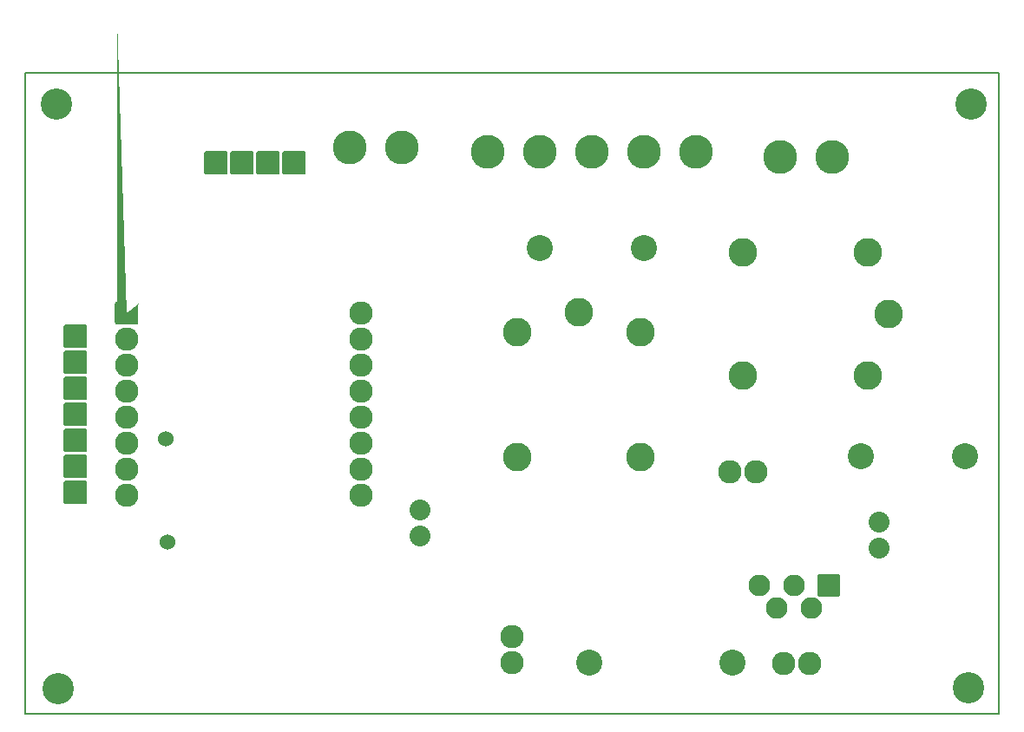
<source format=gbr>
G04 PROTEUS GERBER X2 FILE*
%TF.GenerationSoftware,Labcenter,Proteus,8.9-SP2-Build28501*%
%TF.CreationDate,2023-07-27T06:52:36+00:00*%
%TF.FileFunction,Soldermask,Top*%
%TF.FilePolarity,Negative*%
%TF.Part,Single*%
%TF.SameCoordinates,{a6dc1c72-05ea-40b1-9d21-e55aeb3cbc9d}*%
%FSLAX45Y45*%
%MOMM*%
G01*
%TA.AperFunction,Material*%
%ADD25C,1.524000*%
%AMPPAD018*
4,1,68,
1.143000,0.889000,
1.143000,-0.889000,
1.141720,-0.915400,
1.137950,-0.940930,
1.131800,-0.965490,
1.123400,-0.988960,
1.112870,-1.011220,
1.100300,-1.032150,
1.085840,-1.051650,
1.069580,-1.069580,
1.051640,-1.085840,
1.032150,-1.100300,
1.011220,-1.112860,
0.988960,-1.123400,
0.965490,-1.131800,
0.940930,-1.137950,
0.915400,-1.141720,
0.889000,-1.143000,
-0.889000,-1.143000,
-0.915400,-1.141720,
-0.940930,-1.137950,
-0.965490,-1.131800,
-0.988960,-1.123400,
-1.011220,-1.112860,
-1.032150,-1.100300,
-1.051640,-1.085840,
-1.069580,-1.069580,
-1.085840,-1.051650,
-1.100300,-1.032150,
-1.112870,-1.011220,
-1.123400,-0.988960,
-1.131800,-0.965490,
-1.137950,-0.940930,
-1.141720,-0.915400,
-1.143000,-0.889000,
-1.143000,0.889000,
-1.141720,0.915400,
-1.137950,0.940930,
-1.131800,0.965490,
-1.123400,0.988960,
-1.112870,1.011220,
-1.100300,1.032150,
-1.085840,1.051650,
-1.069580,1.069580,
-1.051640,1.085840,
-1.032150,1.100300,
-1.011220,1.112860,
-0.988960,1.123400,
-0.965490,1.131800,
-0.940930,1.137950,
-0.915400,1.141720,
-0.889000,1.143000,
0.889000,1.143000,
0.915400,1.141720,
0.940930,1.137950,
0.965490,1.131800,
0.988960,1.123400,
1.011220,1.112860,
1.032150,1.100300,
1.051640,1.085840,
1.069580,1.069580,
1.085840,1.051650,
1.100300,1.032150,
1.112870,1.011220,
1.123400,0.988960,
1.131800,0.965490,
1.137950,0.940930,
1.141720,0.915400,
1.143000,0.889000,
0*%
%TA.AperFunction,Material*%
%ADD26PPAD018*%
%ADD27C,2.286000*%
%TA.AperFunction,Material*%
%ADD28C,2.794000*%
%ADD29C,3.302000*%
%AMPPAD022*
4,1,36,
1.010000,-1.060000,
-1.010000,-1.060000,
-1.020220,-1.059000,
-1.029680,-1.056140,
-1.038180,-1.051590,
-1.045540,-1.045540,
-1.051590,-1.038180,
-1.056140,-1.029680,
-1.059000,-1.020220,
-1.060000,-1.010000,
-1.060000,1.010000,
-1.059000,1.020220,
-1.056140,1.029680,
-1.051590,1.038180,
-1.045540,1.045540,
-1.038180,1.051590,
-1.029680,1.056140,
-1.020220,1.059000,
-1.010000,1.060000,
1.010000,1.060000,
1.020220,1.059000,
1.029680,1.056140,
1.038180,1.051590,
1.045540,1.045540,
1.051590,1.038180,
1.056140,1.029680,
1.059000,1.020220,
1.060000,1.010000,
1.060000,-1.010000,
1.059000,-1.020220,
1.056140,-1.029680,
1.051590,-1.038180,
1.045540,-1.045540,
1.038180,-1.051590,
1.029680,-1.056140,
1.020220,-1.059000,
1.010000,-1.060000,
0*%
%ADD72PPAD022*%
%ADD73C,2.120000*%
%TA.AperFunction,Material*%
%ADD30C,2.032000*%
%ADD31C,2.540000*%
%AMPPAD026*
4,1,36,
1.016000,-1.143000,
-1.016000,-1.143000,
-1.041970,-1.140470,
-1.065980,-1.133200,
-1.087580,-1.121650,
-1.106290,-1.106290,
-1.121650,-1.087570,
-1.133200,-1.065980,
-1.140470,-1.041970,
-1.143000,-1.016000,
-1.143000,1.016000,
-1.140470,1.041970,
-1.133200,1.065980,
-1.121650,1.087570,
-1.106290,1.106290,
-1.087580,1.121650,
-1.065980,1.133200,
-1.041970,1.140470,
-1.016000,1.143000,
1.016000,1.143000,
1.041970,1.140470,
1.065980,1.133200,
1.087580,1.121650,
1.106290,1.106290,
1.121650,1.087570,
1.133200,1.065980,
1.140470,1.041970,
1.143000,1.016000,
1.143000,-1.016000,
1.140470,-1.041970,
1.133200,-1.065980,
1.121650,-1.087570,
1.106290,-1.106290,
1.087580,-1.121650,
1.065980,-1.133200,
1.041970,-1.140470,
1.016000,-1.143000,
0*%
%TA.AperFunction,Material*%
%ADD32PPAD026*%
%AMPPAD027*
4,1,36,
-1.143000,-1.016000,
-1.143000,1.016000,
-1.140470,1.041970,
-1.133200,1.065980,
-1.121650,1.087580,
-1.106290,1.106290,
-1.087570,1.121650,
-1.065980,1.133200,
-1.041970,1.140470,
-1.016000,1.143000,
1.016000,1.143000,
1.041970,1.140470,
1.065980,1.133200,
1.087570,1.121650,
1.106290,1.106290,
1.121650,1.087580,
1.133200,1.065980,
1.140470,1.041970,
1.143000,1.016000,
1.143000,-1.016000,
1.140470,-1.041970,
1.133200,-1.065980,
1.121650,-1.087580,
1.106290,-1.106290,
1.087570,-1.121650,
1.065980,-1.133200,
1.041970,-1.140470,
1.016000,-1.143000,
-1.016000,-1.143000,
-1.041970,-1.140470,
-1.065980,-1.133200,
-1.087570,-1.121650,
-1.106290,-1.106290,
-1.121650,-1.087580,
-1.133200,-1.065980,
-1.140470,-1.041970,
-1.143000,-1.016000,
0*%
%TA.AperFunction,Material*%
%ADD33PPAD027*%
%TA.AperFunction,Material*%
%ADD34C,3.048000*%
%TA.AperFunction,Profile*%
%ADD20C,0.203200*%
%TD.AperFunction*%
D25*
X+1387466Y-4576600D03*
X+1370533Y-3569067D03*
D26*
X+990000Y-2340000D03*
D27*
X+990000Y-2594000D03*
X+990000Y-2848000D03*
X+990000Y-3102000D03*
X+990000Y-3356000D03*
X+990000Y-3610000D03*
X+990000Y-3864000D03*
X+990000Y-4118000D03*
X+3276000Y-2340000D03*
X+3276000Y-2594000D03*
X+3276000Y-2848000D03*
X+3276000Y-3102000D03*
X+3276000Y-3356000D03*
X+3276000Y-3610000D03*
X+3276000Y-3864000D03*
X+3276000Y-4118000D03*
D28*
X+8220000Y-2950000D03*
X+8220000Y-1750000D03*
X+8420000Y-2350000D03*
X+7000000Y-2950000D03*
X+7000000Y-1750000D03*
D29*
X+4514000Y-770000D03*
X+5022000Y-770000D03*
X+5530000Y-770000D03*
X+6038000Y-770000D03*
X+6546000Y-770000D03*
D27*
X+7654000Y-5760000D03*
X+7400000Y-5760000D03*
D72*
X+7840000Y-5000000D03*
D73*
X+7670000Y-5220000D03*
X+7500000Y-5000000D03*
X+7330000Y-5220000D03*
X+7160000Y-5000000D03*
D27*
X+7124000Y-3890000D03*
X+6870000Y-3890000D03*
X+4750000Y-5754000D03*
X+4750000Y-5500000D03*
D30*
X+3849302Y-4260000D03*
X+3849302Y-4514000D03*
D31*
X+5500000Y-5750000D03*
X+6897000Y-5750000D03*
X+8154000Y-3740000D03*
X+9170000Y-3740000D03*
D30*
X+8330000Y-4380000D03*
X+8330000Y-4634000D03*
D28*
X+6000000Y-2530000D03*
X+4800000Y-2530000D03*
X+5400000Y-2330000D03*
X+6000000Y-3750000D03*
X+4800000Y-3750000D03*
D31*
X+5014000Y-1710000D03*
X+6030000Y-1710000D03*
D32*
X+2624000Y-880000D03*
X+2370000Y-880000D03*
X+2116000Y-880000D03*
X+1862000Y-880000D03*
D33*
X+490000Y-4094000D03*
X+490000Y-3840000D03*
X+490000Y-3586000D03*
X+490000Y-3332000D03*
X+490000Y-3078000D03*
X+490000Y-2824000D03*
X+490000Y-2570000D03*
D29*
X+7360000Y-820000D03*
X+7868000Y-820000D03*
X+3160000Y-720000D03*
X+3668000Y-720000D03*
D34*
X+320000Y-6010000D03*
X+300000Y-300000D03*
X+9200000Y-6000000D03*
X+9230000Y-300000D03*
D20*
X+0Y-6250000D02*
X+9500000Y-6250000D01*
X+9500000Y+0D01*
X+0Y+0D01*
X+0Y-6250000D01*
M02*

</source>
